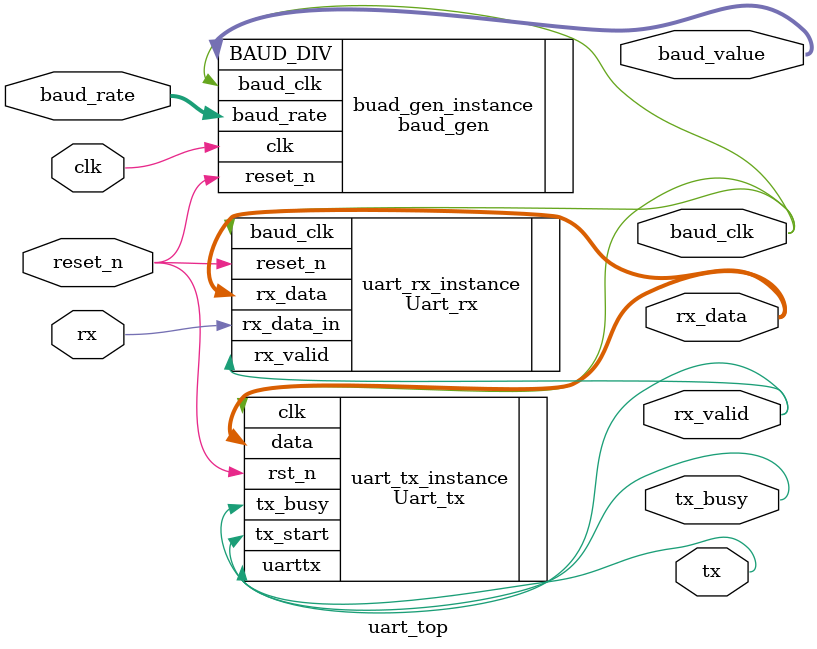
<source format=v>
`timescale 1ns / 1ps
     /* 
        BAUD24 : BAUD_value = 000 
        BAUD48 : BAUD_value = 001
        BAUD96 : BAUD_value = 002
        BAUD192 : BAUD_value = 003
        BAUD384 : BAUD_value = 004
        BAUD560 : BAUD_value = 005
        BAUD1280 : BAUD_value = 006
     */
//////////////////////////////////////////////////////////////////////////////////


module uart_top (
    input             clk,
    input             reset_n,
    output wire       baud_clk,       //baud 
    input       [2:0] baud_rate,
    input             rx,             // serial input
    output wire       tx,             // serial output
    output wire       tx_busy,        // transmitter busy
    output wire       rx_valid,  
    output wire [13:0]baud_value,
    output wire [7:0] rx_data   
);



//wire        rx_valid;
//wire [13:0] baud_value;
//wire [7:0]  rx_data;


baud_gen buad_gen_instance
(
     .clk(clk),
     .reset_n(reset_n),
     .baud_rate(baud_rate),
     .baud_clk(baud_clk),
     .BAUD_DIV(baud_value)
);

Uart_rx uart_rx_instance
(
    .baud_clk(baud_clk),     
    .reset_n(reset_n),      
    .rx_data_in(rx),   
    .rx_data(rx_data), 
    .rx_valid(rx_valid)      
);

Uart_tx uart_tx_instance
(
      .clk(baud_clk) ,
      .rst_n(reset_n)  ,
      .tx_start(rx_valid) ,
      .data(rx_data) ,
      .uarttx(tx) ,
      .tx_busy(tx_busy)
);

endmodule

</source>
